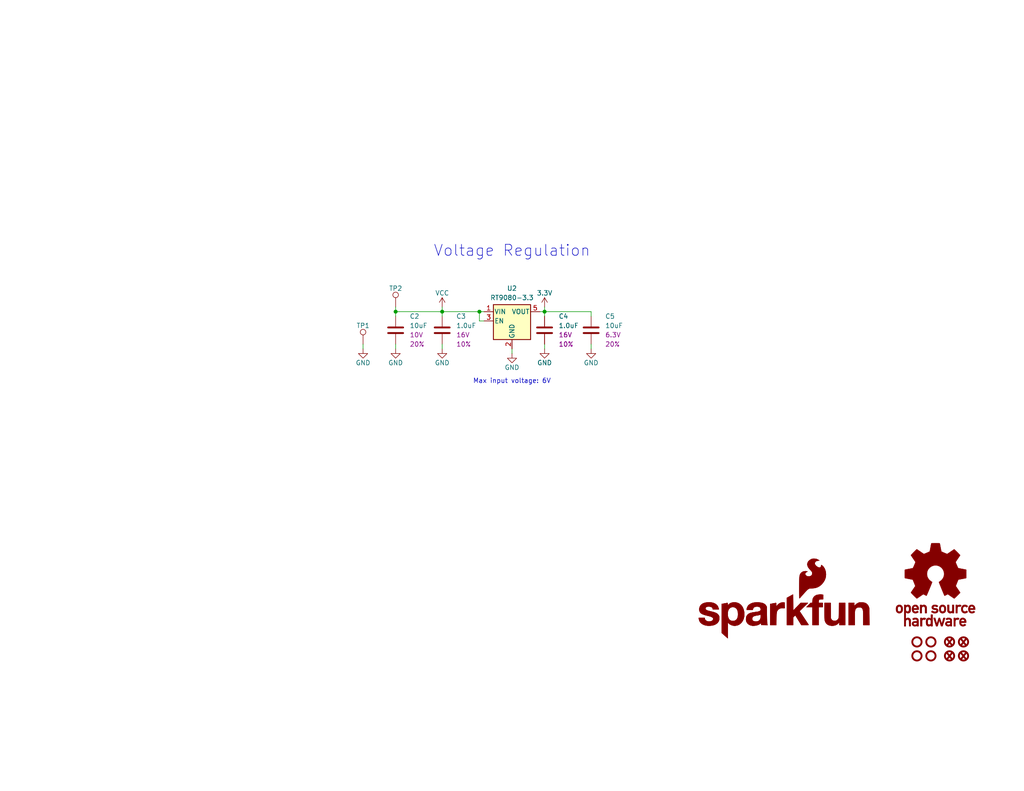
<source format=kicad_sch>
(kicad_sch (version 20231120) (generator "eeschema") (generator_version "8.0")
  (paper "USLetter")
  (title_block (title "SparkFun Product (Qwiic)") (rev "v10") (company "SparkFun") (comment 1 "Designed by: You"))
  (lib_symbols
    (symbol "SparkFun-Aesthetic:Fiducial_0.5mm"
      (symbol "Fiducial_0.5mm_1_1"
        (text "x" (at 0 0.254 0) (effects (font (size 2.5 2.5) (bold yes))))
      )
    )
    (symbol "SparkFun-Aesthetic:OSHW_Logo" (pin_names (offset 1.016)) (in_bom no))
    (symbol "SparkFun-Aesthetic:SparkFun_Logo" (pin_names (offset 1.016)) (on_board no))
    (symbol "SparkFun-Capacitor:1.0uF_0402_16V_10%" (pin_numbers hide) (pin_names (offset 0.254))
      (property "Reference" "C" (at 0.635 2.54 0))
      (property "Value" "1.0uF" (at 0.635 -2.54 0))
      (property "Voltage" "16V" (at 0 -6.35 0))
      (property "Tolerance" "10%" (at 0 -8.89 0))
      (symbol "1.0uF_0402_16V_10%_1_1"
        (pin passive line (at 0 3.81 270) (length 2.794) (name "~") (number "1"))
        (pin passive line (at 0 -3.81 90) (length 2.794) (name "~") (number "2"))
      )
    )
    (symbol "SparkFun-Capacitor:1.0uF_0603_16V_10%" (pin_numbers hide) (pin_names (offset 0.254))
      (property "Reference" "C" (at 0.635 2.54 0))
      (property "Value" "1.0uF" (at 0.635 -2.54 0))
      (property "Voltage" "16V" (at 0 -6.35 0))
      (property "Tolerance" "10%" (at 0 -8.89 0))
      (symbol "1.0uF_0603_16V_10%_1_1"
        (pin passive line (at 0 3.81 270) (length 2.794) (name "~") (number "1"))
        (pin passive line (at 0 -3.81 90) (length 2.794) (name "~") (number "2"))
      )
    )
    (symbol "SparkFun-Capacitor:10uF_0603_10V_20%" (pin_numbers hide) (pin_names (offset 0.254))
      (property "Reference" "C" (at 0.635 2.54 0))
      (property "Value" "10uF" (at 0.635 -2.54 0))
      (property "Voltage" "10V" (at 0 -6.35 0))
      (property "Tolerance" "20%" (at 0 -8.89 0))
      (symbol "10uF_0603_10V_20%_1_1"
        (pin passive line (at 0 3.81 270) (length 2.794) (name "~") (number "1"))
        (pin passive line (at 0 -3.81 90) (length 2.794) (name "~") (number "2"))
      )
    )
    (symbol "SparkFun-Capacitor:10uF_0603_6.3V_20%" (pin_numbers hide) (pin_names (offset 0.254))
      (property "Reference" "C" (at 0.635 2.54 0))
      (property "Value" "10uF" (at 0.635 -2.54 0))
      (property "Voltage" "6.3V" (at 0 -6.35 0))
      (property "Tolerance" "20%" (at 0 -8.89 0))
      (symbol "10uF_0603_6.3V_20%_1_1"
        (pin passive line (at 0 3.81 270) (length 2.794) (name "~") (number "1"))
        (pin passive line (at 0 -3.81 90) (length 2.794) (name "~") (number "2"))
      )
    )
    (symbol "SparkFun-Connector:TestPoint_0.75mm" (pin_numbers hide) (pin_names (offset 0) hide)
      (property "Reference" "TP" (at 0 5.08 0))
      (symbol "TestPoint_0.75mm_1_1"
        (pin passive line (at 0 0 90) (length 2.54) (name "1") (number "1"))
      )
    )
    (symbol "SparkFun-Hardware:Standoff")
    (symbol "SparkFun-PowerSymbol:3.3V" (power) (pin_names (offset 0))
      (property "Value" "3.3V" (at 0 3.81 0))
      (symbol "3.3V_1_1"
        (pin power_in line (at 0 0 90) (length 0) hide (name "3.3V") (number "1"))
      )
    )
    (symbol "SparkFun-PowerSymbol:GND" (power) (pin_names (offset 0))
      (property "Value" "GND" (at 0 -3.81 0))
      (symbol "GND_1_1"
        (pin power_in line (at 0 0 270) (length 0) hide (name "GND") (number "1"))
      )
    )
    (symbol "SparkFun-PowerSymbol:VCC" (power) (pin_names (offset 0))
      (property "Value" "VCC" (at 0 3.81 0))
      (symbol "VCC_1_1"
        (pin power_in line (at 0 0 90) (length 0) hide (name "VCC") (number "1"))
      )
    )
    (symbol "SparkFun-Regulator:RT9080-3.3" (pin_names (offset 0.254))
      (property "Reference" "U3" (at 0 8.89 0))
      (property "Value" "RT9080-3.3" (at 0 6.35 0))
      (symbol "RT9080-3.3_1_1"
        (pin power_in line (at -7.62 2.54 0) (length 2.54) (name "VIN") (number "1"))
        (pin power_in line (at 0 -7.62 90) (length 2.54) (name "GND") (number "2"))
        (pin input line (at -7.62 0 0) (length 2.54) (name "EN") (number "3"))
        (pin no_connect line (at 5.08 0 180) (length 2.54) hide (name "NC") (number "4"))
        (pin power_out line (at 7.62 2.54 180) (length 2.54) (name "VOUT") (number "5"))
      )
    )
  )
  (junction (at 120.65 85.09))
  (junction (at 130.81 85.09))
  (junction (at 107.95 85.09))
  (junction (at 148.59 85.09))
  (wire (pts (xy 148.59 83.82) (xy 148.59 85.09)))
  (wire (pts (xy 99.06 95.25) (xy 99.06 93.98)))
  (wire (pts (xy 130.81 85.09) (xy 132.08 85.09)))
  (wire (pts (xy 107.95 85.09) (xy 120.65 85.09)))
  (wire (pts (xy 161.29 93.98) (xy 161.29 95.25)))
  (wire (pts (xy 148.59 93.98) (xy 148.59 95.25)))
  (wire (pts (xy 120.65 85.09) (xy 120.65 86.36)))
  (wire (pts (xy 139.7 95.25) (xy 139.7 96.52)))
  (wire (pts (xy 130.81 87.63) (xy 130.81 85.09)))
  (wire (pts (xy 120.65 83.82) (xy 120.65 85.09)))
  (wire (pts (xy 148.59 85.09) (xy 148.59 86.36)))
  (wire (pts (xy 161.29 85.09) (xy 161.29 86.36)))
  (wire (pts (xy 107.95 93.98) (xy 107.95 95.25)))
  (wire (pts (xy 120.65 85.09) (xy 130.81 85.09)))
  (wire (pts (xy 148.59 85.09) (xy 161.29 85.09)))
  (wire (pts (xy 107.95 83.82) (xy 107.95 85.09)))
  (wire (pts (xy 132.08 87.63) (xy 130.81 87.63)))
  (wire (pts (xy 147.32 85.09) (xy 148.59 85.09)))
  (wire (pts (xy 107.95 86.36) (xy 107.95 85.09)))
  (wire (pts (xy 120.65 93.98) (xy 120.65 95.25)))
  (text "Voltage Regulation" (at 139.7 68.58 0) (effects (font (size 3 3))))
  (text "Max input voltage: 6V" (at 139.7 104.14 0) (effects (font (size 1.27 1.27))))
  (symbol (lib_id "SparkFun-Hardware:Standoff") (at 250.19 179.07 0) (unit 1)
    (property "Reference" "ST2" (effects (hide yes)))
    (property "Value" "Stand_off" (effects (hide yes)))
    (property "Footprint" "SparkFun-Hardware:Standoff" (effects (hide yes)))
  )
  (symbol (lib_id "SparkFun-Connector:TestPoint_0.75mm") (at 99.06 93.98 0) (unit 1)
    (property "Reference" "TP1" (at 99.06 88.9 0))
    (property "Value" "TestPoint_0.75mm" (effects (hide yes)))
    (property "Footprint" "SparkFun-Connector:TestPoint-0.75mm" (effects (hide yes)))
  )
  (symbol (lib_id "SparkFun-Aesthetic:SparkFun_Logo") (at 213.36 167.64 0) (unit 1) (on_board no)
    (property "Reference" "G1" (effects (hide yes)))
    (property "Value" "SparkFun_Logo" (effects (hide yes)))
    (property "Footprint" "SparkFun-Aesthetic:SparkFun_Logo_8mm" (effects (hide yes)))
  )
  (symbol (lib_id "SparkFun-PowerSymbol:GND") (at 148.59 95.25 0) (unit 1)
    (property "Reference" "#PWR011" (effects (hide yes)))
    (property "Value" "GND" (at 148.59 99.06 0))
  )
  (symbol (lib_id "SparkFun-Capacitor:1.0uF_0402_16V_10%") (at 148.59 90.17 0) (unit 1)
    (property "Reference" "C4" (at 152.4 86.36 0) (effects (justify left)))
    (property "Value" "1.0uF" (at 152.4 88.9 0) (effects (justify left)))
    (property "Footprint" "SparkFun-Capacitor:C_0402_1005Metric" (effects (hide yes)))
    (property "Datasheet" "https://cdn.sparkfun.com/assets/8/a/4/a/5/Kemet_Capacitor_Datasheet.pdf" (effects (hide yes)))
    (property "PROD_ID" "CAP-14969" (effects (hide yes)))
    (property "Voltage" "16V" (at 152.4 91.44 0) (effects (justify left)))
    (property "Tolerance" "10%" (at 152.4 93.98 0) (effects (justify left)))
  )
  (symbol (lib_id "SparkFun-Capacitor:10uF_0603_6.3V_20%") (at 161.29 90.17 0) (unit 1)
    (property "Reference" "C5" (at 165.1 86.36 0) (effects (justify left)))
    (property "Value" "10uF" (at 165.1 88.9 0) (effects (justify left)))
    (property "Footprint" "SparkFun-Capacitor:C_0603_1608Metric" (effects (hide yes)))
    (property "Datasheet" "https://cdn.sparkfun.com/assets/8/a/4/a/5/Kemet_Capacitor_Datasheet.pdf" (effects (hide yes)))
    (property "PROD_ID" "CAP-11015" (effects (hide yes)))
    (property "Voltage" "6.3V" (at 165.1 91.44 0) (effects (justify left)))
    (property "Tolerance" "20%" (at 165.1 93.98 0) (effects (justify left)))
  )
  (symbol (lib_id "SparkFun-Hardware:Standoff") (at 254 179.07 0) (unit 1)
    (property "Reference" "ST4" (effects (hide yes)))
    (property "Value" "Stand_off" (effects (hide yes)))
    (property "Footprint" "SparkFun-Hardware:Standoff" (effects (hide yes)))
  )
  (symbol (lib_id "SparkFun-Hardware:Standoff") (at 250.19 175.26 0) (unit 1)
    (property "Reference" "ST1" (effects (hide yes)))
    (property "Value" "Stand_off" (effects (hide yes)))
    (property "Footprint" "SparkFun-Hardware:Standoff" (effects (hide yes)))
  )
  (symbol (lib_id "SparkFun-PowerSymbol:GND") (at 99.06 95.25 0) (unit 1)
    (property "Reference" "#PWR04" (effects (hide yes)))
    (property "Value" "GND" (at 99.06 99.06 0))
  )
  (symbol (lib_id "SparkFun-PowerSymbol:GND") (at 139.7 96.52 0) (unit 1)
    (property "Reference" "#PWR08" (effects (hide yes)))
    (property "Value" "GND" (at 139.7 100.33 0))
  )
  (symbol (lib_id "SparkFun-PowerSymbol:GND") (at 120.65 95.25 0) (unit 1)
    (property "Reference" "#PWR06" (effects (hide yes)))
    (property "Value" "GND" (at 120.65 99.06 0))
  )
  (symbol (lib_id "SparkFun-Aesthetic:Fiducial_0.5mm") (at 262.89 179.07 0) (unit 1)
    (property "Reference" "FID4" (effects (hide yes)))
    (property "Value" "Fiducial_0.5mm" (effects (hide yes)))
    (property "Footprint" "SparkFun-Aesthetic:Fiducial_0.5mm_Mask1mm" (effects (hide yes)))
  )
  (symbol (lib_id "SparkFun-Hardware:Standoff") (at 254 175.26 0) (unit 1)
    (property "Reference" "ST3" (effects (hide yes)))
    (property "Value" "Stand_off" (effects (hide yes)))
    (property "Footprint" "SparkFun-Hardware:Standoff" (effects (hide yes)))
  )
  (symbol (lib_id "SparkFun-Aesthetic:Fiducial_0.5mm") (at 259.08 179.07 0) (unit 1)
    (property "Reference" "FID2" (effects (hide yes)))
    (property "Value" "Fiducial_0.5mm" (effects (hide yes)))
    (property "Footprint" "SparkFun-Aesthetic:Fiducial_0.5mm_Mask1mm" (effects (hide yes)))
  )
  (symbol (lib_id "SparkFun-PowerSymbol:GND") (at 161.29 95.25 0) (unit 1)
    (property "Reference" "#PWR012" (effects (hide yes)))
    (property "Value" "GND" (at 161.29 99.06 0))
  )
  (symbol (lib_id "SparkFun-Aesthetic:OSHW_Logo") (at 255.27 163.83 0) (unit 1) (in_bom no)
    (property "Reference" "G3" (effects (hide yes)))
    (property "Value" "OSHW_Logo" (effects (hide yes)))
    (property "Footprint" "SparkFun-Aesthetic:Creative_Commons_License" (effects (hide yes)))
  )
  (symbol (lib_id "SparkFun-PowerSymbol:3.3V") (at 148.59 83.82 0) (unit 1)
    (property "Reference" "#PWR010" (effects (hide yes)))
    (property "Value" "3.3V" (at 148.59 80.01 0))
  )
  (symbol (lib_id "SparkFun-Aesthetic:Fiducial_0.5mm") (at 259.08 175.26 0) (unit 1)
    (property "Reference" "FID1" (effects (hide yes)))
    (property "Value" "Fiducial_0.5mm" (effects (hide yes)))
    (property "Footprint" "SparkFun-Aesthetic:Fiducial_0.5mm_Mask1mm" (effects (hide yes)))
  )
  (symbol (lib_id "SparkFun-Capacitor:1.0uF_0603_16V_10%") (at 120.65 90.17 0) (unit 1)
    (property "Reference" "C3" (at 124.46 86.36 0) (effects (justify left)))
    (property "Value" "1.0uF" (at 124.46 88.9 0) (effects (justify left)))
    (property "Footprint" "SparkFun-Capacitor:C_0603_1608Metric" (effects (hide yes)))
    (property "Datasheet" "https://cdn.sparkfun.com/assets/8/a/4/a/5/Kemet_Capacitor_Datasheet.pdf" (effects (hide yes)))
    (property "PROD_ID" "CAP-13930" (effects (hide yes)))
    (property "Voltage" "16V" (at 124.46 91.44 0) (effects (justify left)))
    (property "Tolerance" "10%" (at 124.46 93.98 0) (effects (justify left)))
  )
  (symbol (lib_id "SparkFun-Aesthetic:SparkFun_Logo") (at 213.36 167.64 0) (unit 1) (on_board no)
    (property "Reference" "G2" (effects (hide yes)))
    (property "Value" "SparkFun_Logo" (effects (hide yes)))
  )
  (symbol (lib_id "SparkFun-PowerSymbol:VCC") (at 120.65 83.82 0) (unit 1)
    (property "Reference" "#PWR03" (effects (hide yes)))
    (property "Value" "VCC" (at 120.65 80.01 0))
  )
  (symbol (lib_id "SparkFun-PowerSymbol:GND") (at 107.95 95.25 0) (unit 1)
    (property "Reference" "#PWR05" (effects (hide yes)))
    (property "Value" "GND" (at 107.95 99.06 0))
  )
  (symbol (lib_id "SparkFun-Connector:TestPoint_0.75mm") (at 107.95 83.82 0) (unit 1)
    (property "Reference" "TP2" (at 107.95 78.74 0))
    (property "Value" "TestPoint_0.75mm" (effects (hide yes)))
    (property "Footprint" "SparkFun-Connector:TestPoint-0.75mm" (effects (hide yes)))
  )
  (symbol (lib_id "SparkFun-Regulator:RT9080-3.3") (at 139.7 87.63 0) (unit 1)
    (property "Reference" "U2" (at 139.7 78.74 0))
    (property "Value" "RT9080-3.3" (at 139.7 81.28 0))
    (property "Footprint" "SparkFun-Semiconductor-Standard:SOT23-5" (effects (hide yes)))
    (property "Datasheet" "https://www.richtek.com/SaveDownload.aspx?specid=RT9080" (effects (hide yes)))
    (property "PROD_ID" "VREG-19034" (effects (hide yes)))
    (property "VMax" "6V" (effects (hide yes)))
    (property "Imax" "600mA" (effects (hide yes)))
    (property "Iq" "4µA" (effects (hide yes)))
  )
  (symbol (lib_id "SparkFun-Capacitor:10uF_0603_10V_20%") (at 107.95 90.17 0) (unit 1)
    (property "Reference" "C2" (at 111.76 86.36 0) (effects (justify left)))
    (property "Value" "10uF" (at 111.76 88.9 0) (effects (justify left)))
    (property "Footprint" "SparkFun-Capacitor:C_0603_1608Metric" (effects (hide yes)))
    (property "Datasheet" "https://cdn.sparkfun.com/assets/8/a/4/a/5/Kemet_Capacitor_Datasheet.pdf" (effects (hide yes)))
    (property "PROD_ID" "CAP-20155" (effects (hide yes)))
    (property "Voltage" "10V" (at 111.76 91.44 0) (effects (justify left)))
    (property "Tolerance" "20%" (at 111.76 93.98 0) (effects (justify left)))
  )
  (symbol (lib_id "SparkFun-Aesthetic:Fiducial_0.5mm") (at 262.89 175.26 0) (unit 1)
    (property "Reference" "FID3" (effects (hide yes)))
    (property "Value" "Fiducial_0.5mm" (effects (hide yes)))
    (property "Footprint" "SparkFun-Aesthetic:Fiducial_0.5mm_Mask1mm" (effects (hide yes)))
  )
)
</source>
